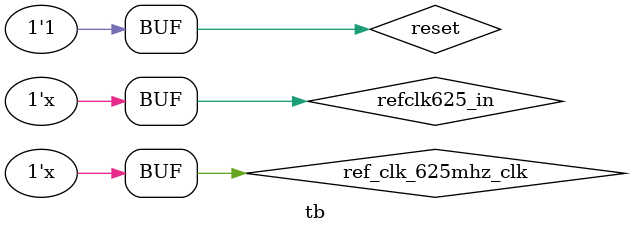
<source format=v>
`timescale 1ns / 1ps

module tb();
  localparam HALF_CLK_PERIOD = 0.8;

  reg ref_clk_625mhz_clk=1'b0;

  wire refclk625_in;
  wire clk125_out;

  wire clk312_out;


  wire rst_125_out;
  wire tx_logic_reset;
  wire rx_logic_reset;
  wire rx_locked;
  wire tx_locked;
  wire        tx_bsc_rst_out;
  wire        rx_bsc_rst_out;
  wire        tx_bs_rst_out;
  wire        rx_bs_rst_out;
  wire        tx_rst_dly_out;
  wire        rx_rst_dly_out;
  wire        tx_bsc_en_vtc_out;
  wire        rx_bsc_en_vtc_out;
  wire        tx_bs_en_vtc_out;
  wire        rx_bs_en_vtc_out;
  wire        riu_clk_out;
  wire [5:0]  riu_addr_out;
  wire [15:0] riu_wr_data_out; 
  wire        riu_wr_en_out;
  wire [1:0]  riu_nibble_sel_out;
  wire        tx_pll_clk_out;
  wire        rx_pll_clk_out;
  wire        tx_rdclk_out;
  wire [15:0]  riu_rddata_3;
  wire         riu_valid_3;
  wire         riu_prsnt_3;
  wire [15:0]  riu_rddata_2;
  wire         riu_valid_2;
  wire         riu_prsnt_2;
  wire [15:0]  riu_rddata_1;
  wire         riu_valid_1;
  wire         riu_prsnt_1;
  wire [8:0]  rx_btval_3;
  wire [8:0]  rx_btval_2;
  wire [8:0]  rx_btval_1;
  wire tx_dly_rdy_1;
  wire rx_dly_rdy_1;
  wire rx_vtc_rdy_1;
  wire tx_vtc_rdy_1;
  wire tx_dly_rdy_2;
  wire rx_dly_rdy_2;
  wire rx_vtc_rdy_2;
  wire tx_vtc_rdy_2;
  wire tx_dly_rdy_3;
  wire rx_dly_rdy_3;
  wire rx_vtc_rdy_3;
  wire tx_vtc_rdy_3;
  reg         reset=1'b0;

  reg resp;

gig_ethernet_pcs_pma_shared gig_ethernet_pcs_pma_shared_i
   (      
     .refclk625_in(refclk625_in),
     .clk125_out(clk125_out),

     .clk312_out(clk312_out),


     .rst_125_out(rst_125_out),
     .tx_logic_reset(tx_logic_reset),
     .rx_logic_reset(rx_logic_reset),
     .rx_locked(rx_locked),
     .tx_locked(tx_locked),
     .tx_bsc_rst_out(tx_bsc_rst_out),
     .rx_bsc_rst_out(rx_bsc_rst_out),
     .tx_bs_rst_out(tx_bs_rst_out),
     .rx_bs_rst_out(rx_bs_rst_out),
     .tx_rst_dly_out(tx_rst_dly_out),
     .rx_rst_dly_out(rx_rst_dly_out),
     .tx_bsc_en_vtc_out(tx_bsc_en_vtc_out),
     .rx_bsc_en_vtc_out(rx_bsc_en_vtc_out),
     .tx_bs_en_vtc_out(tx_bs_en_vtc_out),
     .rx_bs_en_vtc_out(rx_bs_en_vtc_out),
     .riu_clk_out(riu_clk_out),
     .riu_addr_out(riu_addr_out),
     .riu_wr_data_out(riu_wr_data_out),
     .riu_wr_en_out(riu_wr_en_out),
     .riu_nibble_sel_out(riu_nibble_sel_out),
     .tx_pll_clk_out(tx_pll_clk_out),
     .rx_pll_clk_out(rx_pll_clk_out),
     .tx_rdclk_out(tx_rdclk_out),
     .riu_rddata_3(riu_rddata_3),
     .riu_valid_3(riu_valid_3),
     .riu_prsnt_3(riu_prsnt_3),
     .riu_rddata_2(riu_rddata_2),
     .riu_valid_2(riu_valid_2),
     .riu_prsnt_2(riu_prsnt_2),
     .riu_rddata_1(riu_rddata_1),
     .riu_valid_1(riu_valid_1),
     .riu_prsnt_1(riu_prsnt_1),
     .rx_btval_3(rx_btval_3),
     .rx_btval_2(rx_btval_2),
     .rx_btval_1(rx_btval_1),
     .tx_dly_rdy_1(tx_dly_rdy_1),
     .rx_dly_rdy_1(rx_dly_rdy_1),
     .rx_vtc_rdy_1(rx_vtc_rdy_1),
     .tx_vtc_rdy_1(tx_vtc_rdy_1),
     .tx_dly_rdy_2(tx_dly_rdy_2),
     .rx_dly_rdy_2(rx_dly_rdy_2),
     .rx_vtc_rdy_2(rx_vtc_rdy_2),
     .tx_vtc_rdy_2(tx_vtc_rdy_2),
     .tx_dly_rdy_3(tx_dly_rdy_3),
     .rx_dly_rdy_3(rx_dly_rdy_3),
     .rx_vtc_rdy_3(rx_vtc_rdy_3),
     .tx_vtc_rdy_3(tx_vtc_rdy_3),
     .reset(reset)
   );
 
 // rеsеt
 initial begin
    reset = 1'b0;
    #(HALF_CLK_PERIOD * 2*10);
    reset = 1'b1;
    #(HALF_CLK_PERIOD * 2*10);

    #200;

 end

//clk
always
begin
    #(HALF_CLK_PERIOD) ref_clk_625mhz_clk <= ~ref_clk_625mhz_clk;
        ref_clk_625mhz_clk <= ~ref_clk_625mhz_clk;
end

assign refclk625_in = ref_clk_625mhz_clk;

endmodule

</source>
